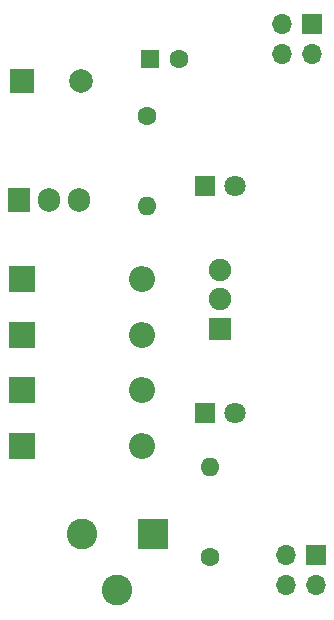
<source format=gbr>
%TF.GenerationSoftware,KiCad,Pcbnew,(5.1.10)-1*%
%TF.CreationDate,2021-12-27T15:37:09-03:00*%
%TF.ProjectId,pwr_supply,7077725f-7375-4707-906c-792e6b696361,rev?*%
%TF.SameCoordinates,Original*%
%TF.FileFunction,Soldermask,Bot*%
%TF.FilePolarity,Negative*%
%FSLAX46Y46*%
G04 Gerber Fmt 4.6, Leading zero omitted, Abs format (unit mm)*
G04 Created by KiCad (PCBNEW (5.1.10)-1) date 2021-12-27 15:37:09*
%MOMM*%
%LPD*%
G01*
G04 APERTURE LIST*
%ADD10C,2.000000*%
%ADD11R,2.000000X2.000000*%
%ADD12C,1.600000*%
%ADD13R,1.600000X1.600000*%
%ADD14O,2.200000X2.200000*%
%ADD15R,2.200000X2.200000*%
%ADD16C,1.800000*%
%ADD17R,1.800000X1.800000*%
%ADD18C,2.600000*%
%ADD19R,2.600000X2.600000*%
%ADD20O,1.700000X1.700000*%
%ADD21R,1.700000X1.700000*%
%ADD22O,1.600000X1.600000*%
%ADD23C,1.900000*%
%ADD24R,1.900000X1.900000*%
%ADD25O,1.905000X2.000000*%
%ADD26R,1.905000X2.000000*%
G04 APERTURE END LIST*
D10*
%TO.C,C1*%
X131365000Y-70485000D03*
D11*
X126365000Y-70485000D03*
%TD*%
D12*
%TO.C,C2*%
X139660000Y-68580000D03*
D13*
X137160000Y-68580000D03*
%TD*%
D14*
%TO.C,D1*%
X136525000Y-96647000D03*
D15*
X126365000Y-96647000D03*
%TD*%
D14*
%TO.C,D2*%
X136525000Y-87249000D03*
D15*
X126365000Y-87249000D03*
%TD*%
%TO.C,D3*%
X126365000Y-101346000D03*
D14*
X136525000Y-101346000D03*
%TD*%
D15*
%TO.C,D4*%
X126365000Y-91948000D03*
D14*
X136525000Y-91948000D03*
%TD*%
D16*
%TO.C,D5*%
X144358000Y-98552000D03*
D17*
X141818000Y-98552000D03*
%TD*%
%TO.C,D6*%
X141818000Y-79375000D03*
D16*
X144358000Y-79375000D03*
%TD*%
D18*
%TO.C,J1*%
X134414000Y-113539000D03*
X131414000Y-108839000D03*
D19*
X137414000Y-108839000D03*
%TD*%
D20*
%TO.C,J2*%
X148336000Y-68199000D03*
X150876000Y-68199000D03*
X148336000Y-65659000D03*
D21*
X150876000Y-65659000D03*
%TD*%
%TO.C,J3*%
X151257000Y-110617000D03*
D20*
X148717000Y-110617000D03*
X151257000Y-113157000D03*
X148717000Y-113157000D03*
%TD*%
D22*
%TO.C,R1*%
X142240000Y-103124000D03*
D12*
X142240000Y-110744000D03*
%TD*%
%TO.C,R2*%
X136906000Y-73406000D03*
D22*
X136906000Y-81026000D03*
%TD*%
D23*
%TO.C,SW1*%
X143093000Y-86440000D03*
X143093000Y-88940000D03*
D24*
X143093000Y-91440000D03*
%TD*%
D25*
%TO.C,U1*%
X131191000Y-80518000D03*
X128651000Y-80518000D03*
D26*
X126111000Y-80518000D03*
%TD*%
M02*

</source>
